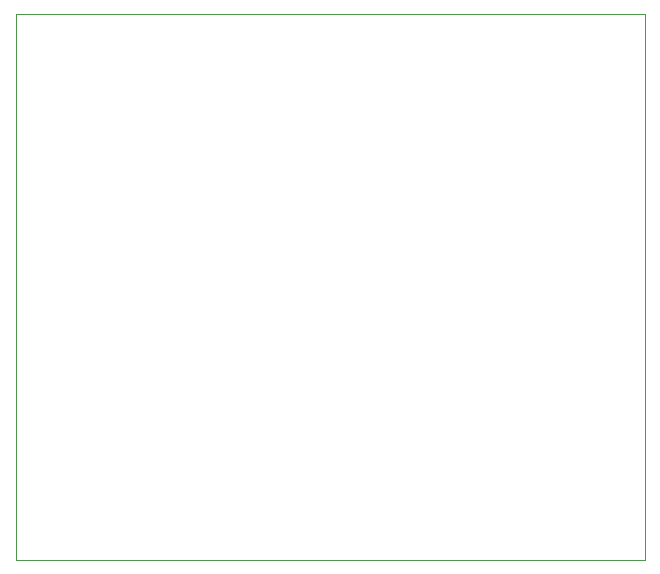
<source format=gbr>
%TF.GenerationSoftware,KiCad,Pcbnew,9.0.3*%
%TF.CreationDate,2025-08-27T20:39:39-07:00*%
%TF.ProjectId,ADC_and_voltage_boost,4144435f-616e-4645-9f76-6f6c74616765,v2.0*%
%TF.SameCoordinates,Original*%
%TF.FileFunction,Profile,NP*%
%FSLAX46Y46*%
G04 Gerber Fmt 4.6, Leading zero omitted, Abs format (unit mm)*
G04 Created by KiCad (PCBNEW 9.0.3) date 2025-08-27 20:39:39*
%MOMM*%
%LPD*%
G01*
G04 APERTURE LIST*
%TA.AperFunction,Profile*%
%ADD10C,0.050000*%
%TD*%
G04 APERTURE END LIST*
D10*
X122428000Y-81407000D02*
X175641000Y-81407000D01*
X175641000Y-127635000D02*
X122428000Y-127635000D01*
X122428000Y-127635000D02*
X122428000Y-81407000D01*
X175641000Y-81407000D02*
X175641000Y-127635000D01*
M02*

</source>
